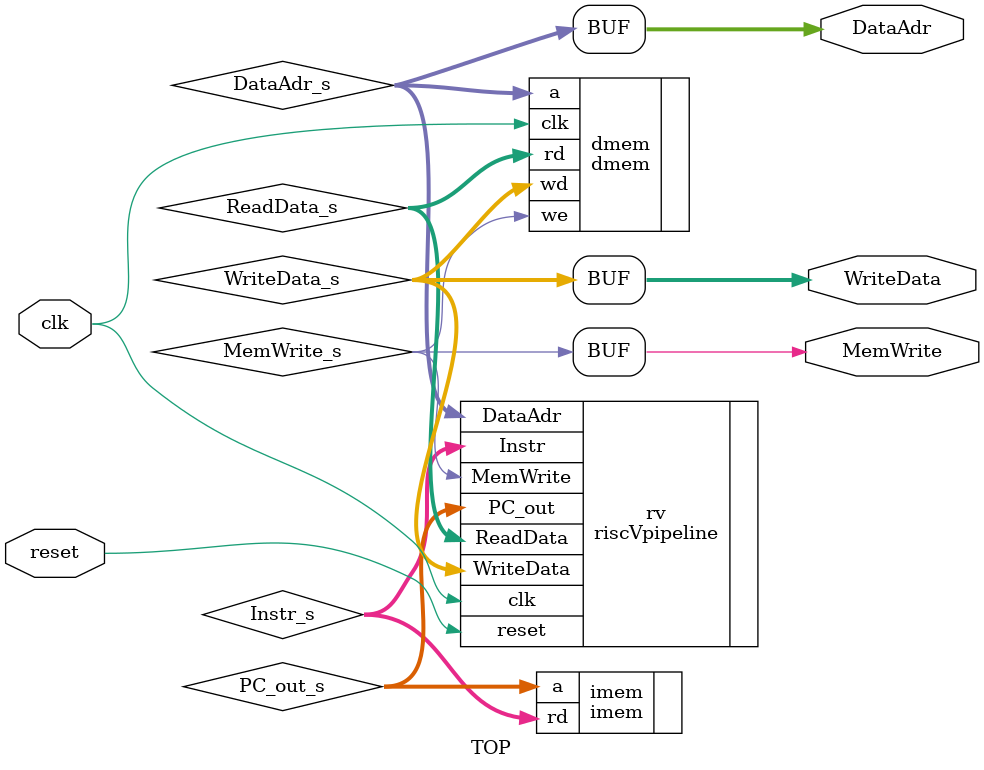
<source format=sv>
`timescale 1ns / 1ps

module TOP(
    input logic clk, reset,
    output logic [31:0] WriteData, DataAdr,
    output logic MemWrite
    );
    
    
    
 logic [31:0] Instr_s,ReadData_s, DataAdr_s,WriteData_s;
 logic MemWrite_s;
 logic [31:0] PC_out_s;
 riscVpipeline rv(.clk(clk),.reset(reset),.Instr(Instr_s),.MemWrite(MemWrite_s), .DataAdr(DataAdr_s), .WriteData(WriteData_s), .PC_out(PC_out_s), .ReadData(ReadData_s));
 
 dmem dmem(.clk(clk), .we(MemWrite_s), .a(DataAdr_s), .wd(WriteData_s), .rd(ReadData_s));
 
 imem imem(.a(PC_out_s), .rd(Instr_s));
  
 assign WriteData = WriteData_s;
 assign DataAdr = DataAdr_s;
 assign MemWrite = MemWrite_s;
endmodule

</source>
